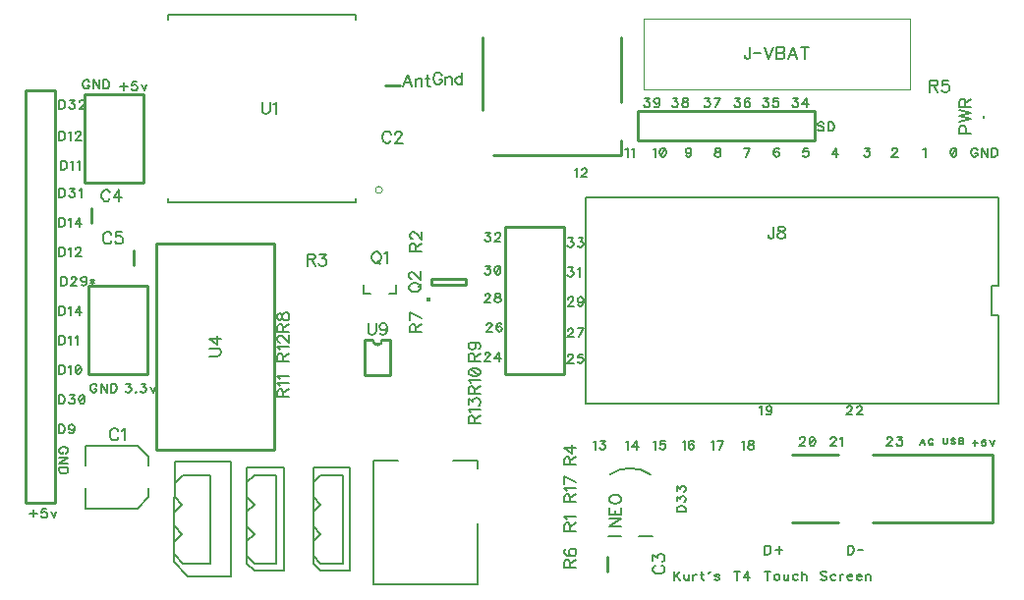
<source format=gto>
G04 DipTrace 3.3.1.3*
G04 Teensy4.0TouchDisplayLoRa.gto*
%MOIN*%
G04 #@! TF.FileFunction,Legend,Top*
G04 #@! TF.Part,Single*
%ADD10C,0.009843*%
%ADD14C,0.008*%
%ADD29C,0.005*%
%ADD51C,0.003937*%
%ADD58C,0.015404*%
%ADD60C,0.000013*%
%ADD139C,0.006176*%
%ADD140C,0.007*%
%FSLAX26Y26*%
G04*
G70*
G90*
G75*
G01*
G04 TopSilk*
%LPD*%
X647440Y662448D2*
D14*
Y731193D1*
Y806207D2*
Y874952D1*
X822450D1*
X859960Y837445D1*
Y806207D1*
X647440Y662448D2*
X822450D1*
X859960Y699955D1*
Y731193D1*
X1661743Y2097385D2*
D10*
X1712885D1*
X2414939Y448129D2*
Y499271D1*
X664808Y1630497D2*
Y1681638D1*
X810020Y1537903D2*
Y1486762D1*
X1976957Y824905D2*
D14*
X1894269D1*
X1976957Y403631D2*
Y612283D1*
Y824905D2*
Y797358D1*
X1622637Y403631D2*
Y824905D1*
X1705325D1*
X1622637Y403631D2*
X1976957D1*
X3118419Y2012285D2*
D10*
X2518419D1*
X3118419Y1912285D2*
X2518419D1*
X3118419Y2012285D2*
Y1912285D1*
X2518419Y2012285D2*
Y1912285D1*
X2268700Y1118700D2*
Y1618700D1*
X2068700Y1118700D2*
Y1618700D1*
X2268700Y1118700D2*
X2068700D1*
X2268700Y1618700D2*
X2068700D1*
X2463776Y2261401D2*
Y2040251D1*
Y1911779D2*
Y1860782D1*
X2029871D1*
X1991201Y2012792D2*
Y2259930D1*
X3443417Y2085628D2*
D51*
X2537905D1*
Y2325785D1*
X3443417D1*
Y2085628D1*
X1140682Y430054D2*
D29*
Y819818D1*
X947770D1*
X947634Y700940D2*
Y650933D1*
Y600927D1*
Y550920D1*
Y500952D1*
X947654Y481620D1*
X991070Y430054D1*
X1140682D1*
X948638Y549946D2*
X973638Y574930D1*
X948638Y599952D1*
X947770Y649920D2*
X971630Y674943D1*
X947770Y699927D1*
Y749933D1*
Y816661D1*
X949642Y748920D2*
X974642Y774917D1*
X1068636Y774956D1*
Y474916D1*
X975626Y474955D1*
X950627Y502940D1*
X1318611Y449936D2*
Y799936D1*
X1193611D1*
Y699941D2*
Y649926D1*
Y599946D1*
Y549931D1*
Y499951D1*
Y474926D1*
X1218611Y449936D1*
X1318611D1*
X1193611Y549931D2*
X1218611Y574921D1*
X1193611Y599946D1*
Y649926D2*
X1218611Y674951D1*
X1193611Y699941D1*
Y749921D1*
Y799936D1*
Y749921D2*
X1218611Y774946D1*
X1293611D1*
Y474926D1*
X1218611D1*
X1193611Y499951D1*
X1543587Y449936D2*
Y799936D1*
X1418587D1*
Y699941D2*
Y649926D1*
Y599946D1*
Y549931D1*
Y499951D1*
Y474926D1*
X1443587Y449936D1*
X1543587D1*
X1418587Y549931D2*
X1443587Y574921D1*
X1418587Y599946D1*
Y649926D2*
X1443587Y674951D1*
X1418587Y699941D1*
Y749921D1*
Y799936D1*
Y749921D2*
X1443587Y774946D1*
X1518587D1*
Y474926D1*
X1443587D1*
X1418587Y499951D1*
X543700Y2081700D2*
D10*
X443700D1*
X543700Y681700D2*
Y2081700D1*
Y681700D2*
X443700D1*
Y757300D1*
Y2081700D1*
X2568700Y568706D2*
D29*
X2523700D1*
X2418700D2*
X2463700D1*
X2424700Y776712D2*
G02X2562700Y776712I69000J-97267D01*
G01*
X656167Y1310298D2*
D10*
Y1118598D1*
Y1418598D2*
Y1118598D1*
X856167Y1418598D2*
Y1118598D1*
X656167Y1418598D2*
X856167D1*
X656167Y1118598D2*
X856167D1*
X643700Y1960400D2*
Y1768700D1*
Y2068700D2*
Y1768700D1*
X843700Y2068700D2*
Y1768700D1*
X643700Y2068700D2*
X843700D1*
X643700Y1768700D2*
X843700D1*
G36*
X3697637Y1993700D2*
X3689763D1*
Y1985827D1*
X3697637D1*
Y1993700D1*
G37*
X1675194Y1391137D2*
D14*
X1698815D1*
Y1422637D1*
X1612206Y1391137D2*
X1588585D1*
Y1422637D1*
D58*
X1808898Y1372202D3*
X1818099Y1422344D2*
D10*
X1936204D1*
Y1442030D1*
X1818099D1*
Y1422344D1*
X1629554Y1743103D2*
D60*
G02X1629554Y1743103I11784J0D01*
G01*
X924815Y2321839D2*
D29*
Y2337592D1*
X1562612D1*
Y2321839D1*
X924815Y1715551D2*
Y1699797D1*
X1562612D1*
Y1715551D1*
X3718640Y1418680D2*
D14*
Y1318720D1*
X3743700D1*
Y1018700D1*
X2343700D1*
Y1718700D1*
X3743700D1*
Y1418680D1*
X3718640D1*
X887388Y862335D2*
D10*
X1287388D1*
Y1562335D1*
X887388D1*
Y862335D1*
X1593125Y1233039D2*
Y1114918D1*
X1679760Y1233039D2*
Y1114918D1*
X1593125D2*
X1679760D1*
X1593125Y1233039D2*
X1620687D1*
X1652199D2*
X1679760D1*
X1620687D2*
G03X1652199Y1233039I15756J10D01*
G01*
X3722414Y614520D2*
Y842880D1*
Y614520D2*
X3372062D1*
X3722414Y842880D2*
X3372062D1*
Y614520D2*
X3316962D1*
X3200413D2*
X3042951D1*
X3372062Y842880D2*
X3316962D1*
X3200413D2*
X3042951D1*
X1753352Y2094913D2*
D139*
X1738010Y2135105D1*
X1722711Y2094913D1*
X1728459Y2108311D2*
X1747604D1*
X1765704Y2121708D2*
Y2094913D1*
Y2114059D2*
X1771452Y2119807D1*
X1775299Y2121708D1*
X1781002D1*
X1784849Y2119807D1*
X1786750Y2114059D1*
Y2094913D1*
X1804850Y2135105D2*
Y2102563D1*
X1806751Y2096859D1*
X1810598Y2094913D1*
X1814400D1*
X1799102Y2121708D2*
X1812499D1*
X757075Y923980D2*
X755174Y927782D1*
X751327Y931629D1*
X747524Y933530D1*
X739875D1*
X736028Y931629D1*
X732226Y927782D1*
X730280Y923980D1*
X728379Y918232D1*
Y908637D1*
X730280Y902933D1*
X732226Y899086D1*
X736028Y895284D1*
X739875Y893338D1*
X747524D1*
X751327Y895284D1*
X755174Y899086D1*
X757075Y902933D1*
X769426Y925837D2*
X773273Y927782D1*
X779021Y933486D1*
Y893338D1*
X1682089Y1932514D2*
X1680188Y1936317D1*
X1676341Y1940164D1*
X1672539Y1942065D1*
X1664889D1*
X1661042Y1940164D1*
X1657240Y1936317D1*
X1655294Y1932514D1*
X1653393Y1926766D1*
Y1917171D1*
X1655294Y1911468D1*
X1657240Y1907621D1*
X1661042Y1903818D1*
X1664889Y1901873D1*
X1672539D1*
X1676341Y1903818D1*
X1680188Y1907621D1*
X1682089Y1911468D1*
X1696386Y1932470D2*
Y1934371D1*
X1698287Y1938218D1*
X1700189Y1940119D1*
X1704035Y1942021D1*
X1711685D1*
X1715487Y1940119D1*
X1717388Y1938218D1*
X1719334Y1934371D1*
Y1930569D1*
X1717388Y1926722D1*
X1713586Y1921018D1*
X1694441Y1901873D1*
X1721235D1*
X2579810Y468475D2*
X2576007Y466574D1*
X2572160Y462727D1*
X2570259Y458924D1*
Y451275D1*
X2572160Y447428D1*
X2576007Y443626D1*
X2579810Y441680D1*
X2585558Y439779D1*
X2595152D1*
X2600856Y441680D1*
X2604703Y443626D1*
X2608506Y447428D1*
X2610451Y451275D1*
Y458924D1*
X2608506Y462727D1*
X2604703Y466574D1*
X2600856Y468475D1*
X2570303Y484673D2*
Y505676D1*
X2585602Y494224D1*
Y499972D1*
X2587503Y503774D1*
X2589405Y505676D1*
X2595153Y507621D1*
X2598955D1*
X2604703Y505676D1*
X2608550Y501873D1*
X2610451Y496125D1*
Y490377D1*
X2608550Y484673D1*
X2606604Y482772D1*
X2602802Y480826D1*
X729509Y1734623D2*
X727607Y1738425D1*
X723761Y1742272D1*
X719958Y1744173D1*
X712309D1*
X708462Y1742272D1*
X704659Y1738425D1*
X702714Y1734623D1*
X700813Y1728875D1*
Y1719280D1*
X702714Y1713576D1*
X704659Y1709730D1*
X708462Y1705927D1*
X712309Y1703981D1*
X719958D1*
X723761Y1705927D1*
X727607Y1709730D1*
X729509Y1713576D1*
X761005Y1703981D2*
Y1744129D1*
X741860Y1717379D1*
X770556D1*
X733919Y1590888D2*
X732017Y1594691D1*
X728170Y1598537D1*
X724368Y1600439D1*
X716719D1*
X712872Y1598537D1*
X709069Y1594691D1*
X707124Y1590888D1*
X705223Y1585140D1*
Y1575545D1*
X707124Y1569841D1*
X709069Y1565995D1*
X712872Y1562192D1*
X716719Y1560247D1*
X724368D1*
X728170Y1562192D1*
X732017Y1565995D1*
X733919Y1569841D1*
X769218Y1600394D2*
X750117D1*
X748215Y1583194D1*
X750117Y1585096D1*
X755865Y1587041D1*
X761569D1*
X767317Y1585096D1*
X771163Y1581293D1*
X773065Y1575545D1*
Y1571743D1*
X771163Y1565995D1*
X767317Y1562148D1*
X761569Y1560247D1*
X755865D1*
X750117Y1562148D1*
X748215Y1564093D1*
X746270Y1567896D1*
X1854794Y2131804D2*
X1852893Y2135607D1*
X1849046Y2139453D1*
X1845243Y2141355D1*
X1837594D1*
X1833747Y2139453D1*
X1829945Y2135607D1*
X1827999Y2131804D1*
X1826098Y2126056D1*
Y2116461D1*
X1827999Y2110757D1*
X1829945Y2106911D1*
X1833747Y2103108D1*
X1837594Y2101163D1*
X1845243D1*
X1849046Y2103108D1*
X1852893Y2106911D1*
X1854794Y2110757D1*
Y2116461D1*
X1845243D1*
X1867145Y2127957D2*
Y2101163D1*
Y2120308D2*
X1872893Y2126056D1*
X1876740Y2127957D1*
X1882444D1*
X1886291Y2126056D1*
X1888192Y2120308D1*
Y2101163D1*
X1923491Y2141355D2*
Y2101163D1*
Y2122209D2*
X1919689Y2126056D1*
X1915842Y2127957D1*
X1910094D1*
X1906291Y2126056D1*
X1902444Y2122209D1*
X1900543Y2116461D1*
Y2112659D1*
X1902444Y2106911D1*
X1906291Y2103108D1*
X1910094Y2101163D1*
X1915842D1*
X1919689Y2103108D1*
X1923491Y2106911D1*
X2980671Y1618223D2*
Y1587626D1*
X2978769Y1581878D1*
X2976824Y1579977D1*
X2973021Y1578031D1*
X2969175D1*
X2965372Y1579977D1*
X2963471Y1581878D1*
X2961525Y1587626D1*
Y1591429D1*
X3002573Y1618179D2*
X2996869Y1616278D1*
X2994923Y1612475D1*
Y1608629D1*
X2996869Y1604826D1*
X3000671Y1602881D1*
X3008321Y1600979D1*
X3014069Y1599078D1*
X3017871Y1595231D1*
X3019772Y1591429D1*
Y1585681D1*
X3017871Y1581878D1*
X3015970Y1579933D1*
X3010222Y1578031D1*
X3002573D1*
X2996869Y1579933D1*
X2994923Y1581878D1*
X2993022Y1585681D1*
Y1591429D1*
X2994923Y1595231D1*
X2998770Y1599078D1*
X3004474Y1600979D1*
X3012123Y1602881D1*
X3015970Y1604826D1*
X3017871Y1608629D1*
Y1612475D1*
X3015970Y1616278D1*
X3010222Y1618179D1*
X3002573D1*
X2900887Y2228212D2*
Y2197615D1*
X2898986Y2191867D1*
X2897040Y2189966D1*
X2893238Y2188020D1*
X2889391D1*
X2885588Y2189966D1*
X2883687Y2191867D1*
X2881742Y2197615D1*
Y2201418D1*
X2913238Y2208094D2*
X2935346D1*
X2947698Y2228212D2*
X2962996Y2188020D1*
X2978295Y2228212D1*
X2990646D2*
Y2188020D1*
X3007890D1*
X3013638Y2189966D1*
X3015540Y2191867D1*
X3017441Y2195670D1*
Y2201418D1*
X3015540Y2205264D1*
X3013638Y2207166D1*
X3007890Y2209067D1*
X3013638Y2211012D1*
X3015540Y2212914D1*
X3017441Y2216716D1*
Y2220563D1*
X3015540Y2224366D1*
X3013638Y2226311D1*
X3007890Y2228212D1*
X2990646D1*
Y2209067D2*
X3007890D1*
X3060434Y2188020D2*
X3045091Y2228212D1*
X3029792Y2188020D1*
X3035540Y2201418D2*
X3054686D1*
X3086182Y2228212D2*
Y2188020D1*
X3072785Y2228212D2*
X3099580D1*
X2422623Y628288D2*
X2462815D1*
X2422623Y601493D1*
X2462815D1*
X2422623Y665488D2*
Y640639D1*
X2462815D1*
Y665488D1*
X2441768Y640639D2*
Y655938D1*
X2422623Y689336D2*
X2424524Y685489D1*
X2428371Y681687D1*
X2432173Y679741D1*
X2437922Y677840D1*
X2447516D1*
X2453220Y679741D1*
X2457067Y681687D1*
X2460869Y685489D1*
X2462815Y689336D1*
Y696985D1*
X2460869Y700788D1*
X2457067Y704634D1*
X2453220Y706536D1*
X2447516Y708437D1*
X2437922D1*
X2432173Y706536D1*
X2428371Y704635D1*
X2424524Y700788D1*
X2422623Y696985D1*
Y689336D1*
X3631562Y1935409D2*
Y1952653D1*
X3629661Y1958357D1*
X3627715Y1960302D1*
X3623913Y1962203D1*
X3618165D1*
X3614362Y1960302D1*
X3612417Y1958357D1*
X3610515Y1952653D1*
Y1935409D1*
X3650707D1*
X3610515Y1974555D2*
X3650707Y1984149D1*
X3610515Y1993700D1*
X3650707Y2003251D1*
X3610515Y2012845D1*
X3629661Y2025197D2*
Y2042397D1*
X3627715Y2048145D1*
X3625814Y2050090D1*
X3622011Y2051991D1*
X3618165D1*
X3614362Y2050090D1*
X3612417Y2048145D1*
X3610515Y2042397D1*
Y2025197D1*
X3650707D1*
X3629661Y2038594D2*
X3650707Y2051991D1*
X1628902Y1534365D2*
X1625100Y1532508D1*
X1621253Y1528661D1*
X1619352Y1524814D1*
X1617406Y1519066D1*
Y1509516D1*
X1619352Y1503768D1*
X1621253Y1499965D1*
X1625100Y1496119D1*
X1628902Y1494217D1*
X1636552D1*
X1640398Y1496119D1*
X1644201Y1499965D1*
X1646102Y1503768D1*
X1648048Y1509516D1*
Y1519066D1*
X1646102Y1524814D1*
X1644201Y1528661D1*
X1640398Y1532508D1*
X1636552Y1534365D1*
X1628902D1*
X1634650Y1501867D2*
X1646102Y1490371D1*
X1660399Y1526672D2*
X1664246Y1528617D1*
X1669994Y1534321D1*
Y1494173D1*
X1742618Y1407914D2*
X1744475Y1404111D1*
X1748321Y1400265D1*
X1752168Y1398363D1*
X1757916Y1396418D1*
X1767467D1*
X1773215Y1398363D1*
X1777017Y1400265D1*
X1780864Y1404111D1*
X1782765Y1407914D1*
Y1415563D1*
X1780864Y1419410D1*
X1777017Y1423213D1*
X1773215Y1425114D1*
X1767467Y1427059D1*
X1757916D1*
X1752168Y1425114D1*
X1748321Y1423213D1*
X1744475Y1419410D1*
X1742618Y1415563D1*
Y1407914D1*
X1775116Y1413662D2*
X1786612Y1425114D1*
X1752212Y1441356D2*
X1750311D1*
X1746464Y1443257D1*
X1744563Y1445159D1*
X1742662Y1449005D1*
Y1456655D1*
X1744563Y1460457D1*
X1746464Y1462359D1*
X1750311Y1464304D1*
X1754114D1*
X1757960Y1462359D1*
X1763664Y1458556D1*
X1782810Y1439411D1*
Y1466205D1*
X2289404Y585996D2*
Y603196D1*
X2287459Y608944D1*
X2285558Y610890D1*
X2281755Y612791D1*
X2277908D1*
X2274106Y610890D1*
X2272160Y608944D1*
X2270259Y603196D1*
Y585996D1*
X2310451D1*
X2289404Y599394D2*
X2310451Y612791D1*
X2277953Y625142D2*
X2276007Y628989D1*
X2270303Y634737D1*
X2310451D1*
X1766275Y1535730D2*
Y1552930D1*
X1764329Y1558678D1*
X1762428Y1560623D1*
X1758626Y1562524D1*
X1754779D1*
X1750976Y1560623D1*
X1749031Y1558678D1*
X1747129Y1552930D1*
Y1535730D1*
X1787321D1*
X1766275Y1549127D2*
X1787321Y1562524D1*
X1756724Y1576821D2*
X1754823D1*
X1750976Y1578723D1*
X1749075Y1580624D1*
X1747174Y1584471D1*
Y1592120D1*
X1749075Y1595922D1*
X1750976Y1597824D1*
X1754823Y1599769D1*
X1758626D1*
X1762472Y1597824D1*
X1768176Y1594021D1*
X1787321Y1574876D1*
Y1601670D1*
X1398026Y1506301D2*
X1415226D1*
X1420974Y1508247D1*
X1422920Y1510148D1*
X1424821Y1513950D1*
Y1517797D1*
X1422920Y1521600D1*
X1420974Y1523545D1*
X1415226Y1525446D1*
X1398026D1*
Y1485254D1*
X1411424Y1506301D2*
X1424821Y1485254D1*
X1441019Y1525402D2*
X1462021D1*
X1450570Y1510104D1*
X1456318D1*
X1460120Y1508202D1*
X1462021Y1506301D1*
X1463967Y1500553D1*
Y1496750D1*
X1462021Y1491002D1*
X1458219Y1487156D1*
X1452471Y1485254D1*
X1446723D1*
X1441019Y1487156D1*
X1439118Y1489101D1*
X1437172Y1492904D1*
X2289404Y809779D2*
Y826979D1*
X2287459Y832727D1*
X2285558Y834672D1*
X2281755Y836574D1*
X2277908D1*
X2274106Y834672D1*
X2272160Y832727D1*
X2270259Y826979D1*
Y809779D1*
X2310451D1*
X2289404Y823176D2*
X2310451Y836574D1*
Y868070D2*
X2270303D1*
X2297054Y848925D1*
Y877621D1*
X3510730Y2096125D2*
X3527930D1*
X3533678Y2098071D1*
X3535623Y2099972D1*
X3537524Y2103775D1*
Y2107621D1*
X3535623Y2111424D1*
X3533678Y2113369D1*
X3527930Y2115271D1*
X3510730D1*
Y2075079D1*
X3524127Y2096125D2*
X3537524Y2075079D1*
X3572824Y2115226D2*
X3553722D1*
X3551821Y2098026D1*
X3553722Y2099928D1*
X3559470Y2101873D1*
X3565174D1*
X3570922Y2099928D1*
X3574769Y2096125D1*
X3576670Y2090377D1*
Y2086575D1*
X3574769Y2080827D1*
X3570922Y2076980D1*
X3565174Y2075079D1*
X3559470D1*
X3553722Y2076980D1*
X3551821Y2078925D1*
X3549876Y2082728D1*
X2289404Y461703D2*
Y478902D1*
X2287459Y484650D1*
X2285558Y486596D1*
X2281755Y488497D1*
X2277908D1*
X2274106Y486596D1*
X2272160Y484650D1*
X2270259Y478902D1*
Y461703D1*
X2310451D1*
X2289404Y475100D2*
X2310451Y488497D1*
X2276007Y523796D2*
X2272205Y521895D1*
X2270303Y516147D1*
Y512345D1*
X2272205Y506597D1*
X2277953Y502750D1*
X2287503Y500849D1*
X2297054Y500848D1*
X2304703Y502750D1*
X2308550Y506596D1*
X2310451Y512345D1*
Y514246D1*
X2308550Y519950D1*
X2304703Y523796D1*
X2298955Y525698D1*
X2297054D1*
X2291306Y523796D1*
X2287503Y519950D1*
X2285602Y514246D1*
Y512345D1*
X2287503Y506597D1*
X2291306Y502750D1*
X2297054Y500848D1*
X1766275Y1260953D2*
Y1278153D1*
X1764329Y1283901D1*
X1762428Y1285846D1*
X1758626Y1287747D1*
X1754779D1*
X1750976Y1285846D1*
X1749031Y1283901D1*
X1747129Y1278153D1*
Y1260953D1*
X1787321D1*
X1766275Y1274350D2*
X1787321Y1287747D1*
Y1307748D2*
X1747174Y1326894D1*
Y1300099D1*
X1316262Y1260657D2*
Y1277857D1*
X1314316Y1283605D1*
X1312415Y1285551D1*
X1308612Y1287452D1*
X1304766D1*
X1300963Y1285551D1*
X1299018Y1283605D1*
X1297116Y1277857D1*
Y1260657D1*
X1337308D1*
X1316262Y1274055D2*
X1337308Y1287452D1*
X1297161Y1309354D2*
X1299062Y1303650D1*
X1302864Y1301705D1*
X1306711D1*
X1310514Y1303650D1*
X1312459Y1307453D1*
X1314360Y1315102D1*
X1316262Y1320850D1*
X1320108Y1324653D1*
X1323911Y1326554D1*
X1329659D1*
X1333462Y1324653D1*
X1335407Y1322751D1*
X1337308Y1317003D1*
Y1309354D1*
X1335407Y1303650D1*
X1333462Y1301705D1*
X1329659Y1299803D1*
X1323911D1*
X1320108Y1301705D1*
X1316262Y1305551D1*
X1314360Y1311255D1*
X1312459Y1318905D1*
X1310514Y1322751D1*
X1306711Y1324653D1*
X1302864D1*
X1299062Y1322751D1*
X1297161Y1317003D1*
Y1309354D1*
X1964404Y1161809D2*
Y1179009D1*
X1962459Y1184757D1*
X1960558Y1186702D1*
X1956755Y1188604D1*
X1952908D1*
X1949106Y1186702D1*
X1947160Y1184757D1*
X1945259Y1179009D1*
Y1161809D1*
X1985451D1*
X1964404Y1175206D2*
X1985451Y1188604D1*
X1958656Y1225848D2*
X1964405Y1223903D1*
X1968251Y1220100D1*
X1970153Y1214352D1*
Y1212451D1*
X1968251Y1206703D1*
X1964405Y1202900D1*
X1958656Y1200955D1*
X1956755D1*
X1951007Y1202901D1*
X1947205Y1206703D1*
X1945303Y1212451D1*
Y1214352D1*
X1947205Y1220100D1*
X1951007Y1223903D1*
X1958656Y1225848D1*
X1968251D1*
X1977802Y1223903D1*
X1983550Y1220100D1*
X1985451Y1214352D1*
Y1210550D1*
X1983550Y1204802D1*
X1979703Y1202900D1*
X1964404Y1049789D2*
Y1066989D1*
X1962459Y1072737D1*
X1960558Y1074683D1*
X1956755Y1076584D1*
X1952908D1*
X1949106Y1074683D1*
X1947160Y1072737D1*
X1945259Y1066989D1*
Y1049789D1*
X1985451D1*
X1964404Y1063187D2*
X1985451Y1076584D1*
X1952953Y1088935D2*
X1951007Y1092782D1*
X1945303Y1098530D1*
X1985451D1*
X1945303Y1122378D2*
X1947205Y1116630D1*
X1952953Y1112783D1*
X1962503Y1110882D1*
X1968251D1*
X1977802Y1112783D1*
X1983550Y1116630D1*
X1985451Y1122378D1*
Y1126180D1*
X1983550Y1131928D1*
X1977802Y1135731D1*
X1968251Y1137676D1*
X1962503D1*
X1952953Y1135731D1*
X1947205Y1131928D1*
X1945303Y1126180D1*
Y1122378D1*
X1952953Y1135731D2*
X1977802Y1112783D1*
X1316262Y1039535D2*
Y1056735D1*
X1314316Y1062483D1*
X1312415Y1064428D1*
X1308612Y1066330D1*
X1304766D1*
X1300963Y1064428D1*
X1299018Y1062483D1*
X1297116Y1056735D1*
Y1039535D1*
X1337308D1*
X1316262Y1052932D2*
X1337308Y1066330D1*
X1304810Y1078681D2*
X1302864Y1082528D1*
X1297161Y1088276D1*
X1337308D1*
X1304810Y1100627D2*
X1302864Y1104474D1*
X1297161Y1110222D1*
X1337308D1*
X1316262Y1162171D2*
Y1179371D1*
X1314316Y1185119D1*
X1312415Y1187065D1*
X1308612Y1188966D1*
X1304766D1*
X1300963Y1187065D1*
X1299018Y1185119D1*
X1297116Y1179371D1*
Y1162171D1*
X1337308D1*
X1316262Y1175569D2*
X1337308Y1188966D1*
X1304810Y1201317D2*
X1302864Y1205164D1*
X1297161Y1210912D1*
X1337308D1*
X1306711Y1225209D2*
X1304810D1*
X1300963Y1227110D1*
X1299062Y1229012D1*
X1297161Y1232858D1*
Y1240508D1*
X1299062Y1244310D1*
X1300963Y1246211D1*
X1304810Y1248157D1*
X1308612D1*
X1312459Y1246211D1*
X1318163Y1242409D1*
X1337308Y1223263D1*
Y1250058D1*
X1964404Y949694D2*
Y966894D1*
X1962459Y972642D1*
X1960558Y974587D1*
X1956755Y976488D1*
X1952908D1*
X1949106Y974587D1*
X1947160Y972642D1*
X1945259Y966894D1*
Y949694D1*
X1985451D1*
X1964404Y963091D2*
X1985451Y976488D1*
X1952953Y988840D2*
X1951007Y992686D1*
X1945303Y998434D1*
X1985451D1*
X1945303Y1014633D2*
Y1035635D1*
X1960602Y1024183D1*
Y1029931D1*
X1962503Y1033734D1*
X1964404Y1035635D1*
X1970153Y1037580D1*
X1973955D1*
X1979703Y1035635D1*
X1983550Y1031832D1*
X1985451Y1026084D1*
Y1020336D1*
X1983550Y1014633D1*
X1981604Y1012731D1*
X1977802Y1010786D1*
X2289404Y683090D2*
Y700290D1*
X2287459Y706038D1*
X2285558Y707983D1*
X2281755Y709885D1*
X2277908D1*
X2274106Y707983D1*
X2272160Y706038D1*
X2270259Y700290D1*
Y683090D1*
X2310451D1*
X2289404Y696487D2*
X2310451Y709885D1*
X2277953Y722236D2*
X2276007Y726083D1*
X2270303Y731831D1*
X2310451D1*
Y751831D2*
X2270303Y770977D1*
Y744182D1*
X1244907Y2041201D2*
Y2012505D1*
X1246808Y2006757D1*
X1250655Y2002954D1*
X1256403Y2001008D1*
X1260206D1*
X1265954Y2002954D1*
X1269800Y2006757D1*
X1271702Y2012505D1*
Y2041201D1*
X1284053Y2033507D2*
X1287900Y2035452D1*
X1293648Y2041156D1*
Y2001008D1*
X1064882Y1178414D2*
X1093578D1*
X1099326Y1180316D1*
X1103128Y1184162D1*
X1105074Y1189910D1*
Y1193713D1*
X1103128Y1199461D1*
X1099326Y1203308D1*
X1093578Y1205209D1*
X1064882D1*
X1105074Y1236706D2*
X1064926D1*
X1091677Y1217560D1*
Y1246256D1*
X1604423Y1291617D2*
Y1262921D1*
X1606324Y1257173D1*
X1610171Y1253371D1*
X1615919Y1251425D1*
X1619722D1*
X1625470Y1253371D1*
X1629316Y1257173D1*
X1631218Y1262921D1*
Y1291617D1*
X1668463Y1278220D2*
X1666517Y1272472D1*
X1662714Y1268625D1*
X1656966Y1266724D1*
X1655065D1*
X1649317Y1268625D1*
X1645515Y1272472D1*
X1643569Y1278220D1*
Y1280121D1*
X1645515Y1285869D1*
X1649317Y1289672D1*
X1655065Y1291573D1*
X1656966D1*
X1662714Y1289672D1*
X1666517Y1285869D1*
X1668463Y1278220D1*
Y1268625D1*
X1666517Y1259074D1*
X1662714Y1253326D1*
X1656966Y1251425D1*
X1653164D1*
X1647416Y1253326D1*
X1645515Y1257173D1*
X2643464Y448334D2*
D140*
Y418190D1*
X2663560Y448334D2*
X2643464Y428238D1*
X2650627Y435434D2*
X2663560Y418190D1*
X2677560Y438286D2*
Y423927D1*
X2678986Y419649D1*
X2681871Y418190D1*
X2686182D1*
X2689034Y419649D1*
X2693345Y423927D1*
Y438286D2*
Y418190D1*
X2707345Y438286D2*
Y418190D1*
Y429664D2*
X2708804Y433975D1*
X2711656Y436860D1*
X2714541Y438286D1*
X2718852D1*
X2737163Y448334D2*
Y423927D1*
X2738589Y419649D1*
X2741474Y418190D1*
X2744326D1*
X2732852Y438286D2*
X2742900D1*
X2765522Y448301D2*
X2758326Y439679D1*
X2766948Y446875D1*
X2765522Y448301D1*
X2796733Y433975D2*
X2795307Y436860D1*
X2790996Y438286D1*
X2786685D1*
X2782374Y436860D1*
X2780948Y433975D1*
X2782374Y431123D1*
X2785259Y429664D1*
X2792422Y428238D1*
X2795307Y426812D1*
X2796733Y423927D1*
Y422501D1*
X2795307Y419649D1*
X2790996Y418190D1*
X2786685D1*
X2782374Y419649D1*
X2780948Y422501D1*
X2854678Y448334D2*
Y418190D1*
X2844630Y448334D2*
X2864726D1*
X2893085Y418190D2*
Y448301D1*
X2878726Y428238D1*
X2900248D1*
X2958193Y448334D2*
Y418190D1*
X2948145Y448334D2*
X2968241D1*
X2989404Y438286D2*
X2986552Y436860D1*
X2983667Y433975D1*
X2982241Y429664D1*
Y426812D1*
X2983667Y422501D1*
X2986552Y419649D1*
X2989404Y418190D1*
X2993715D1*
X2996600Y419649D1*
X2999452Y422501D1*
X3000911Y426812D1*
Y429664D1*
X2999452Y433975D1*
X2996600Y436860D1*
X2993715Y438286D1*
X2989404D1*
X3014911D2*
Y423927D1*
X3016337Y419649D1*
X3019222Y418190D1*
X3023533D1*
X3026385Y419649D1*
X3030696Y423927D1*
Y438286D2*
Y418190D1*
X3061940Y433975D2*
X3059055Y436860D1*
X3056170Y438286D1*
X3051892D1*
X3049007Y436860D1*
X3046155Y433975D1*
X3044696Y429664D1*
Y426812D1*
X3046155Y422501D1*
X3049007Y419649D1*
X3051892Y418190D1*
X3056170D1*
X3059055Y419649D1*
X3061940Y422501D1*
X3075940Y448334D2*
Y418190D1*
Y432549D2*
X3080251Y436860D1*
X3083136Y438286D1*
X3087447D1*
X3090299Y436860D1*
X3091725Y432549D1*
Y418190D1*
X3159718Y444023D2*
X3156866Y446908D1*
X3152555Y448334D1*
X3146818D1*
X3142507Y446908D1*
X3139622Y444023D1*
Y441171D1*
X3141081Y438286D1*
X3142507Y436860D1*
X3145359Y435434D1*
X3153981Y432549D1*
X3156866Y431123D1*
X3158292Y429664D1*
X3159718Y426812D1*
Y422501D1*
X3156866Y419649D1*
X3152555Y418190D1*
X3146818D1*
X3142507Y419649D1*
X3139622Y422501D1*
X3190962Y433975D2*
X3188077Y436860D1*
X3185192Y438286D1*
X3180914D1*
X3178029Y436860D1*
X3175177Y433975D1*
X3173718Y429664D1*
Y426812D1*
X3175177Y422501D1*
X3178029Y419649D1*
X3180914Y418190D1*
X3185192D1*
X3188077Y419649D1*
X3190962Y422501D1*
X3204962Y438286D2*
Y418190D1*
Y429664D2*
X3206421Y433975D1*
X3209273Y436860D1*
X3212158Y438286D1*
X3216469D1*
X3230469Y429664D2*
X3247680D1*
Y432549D1*
X3246254Y435434D1*
X3244828Y436860D1*
X3241943Y438286D1*
X3237632D1*
X3234780Y436860D1*
X3231895Y433975D1*
X3230469Y429664D1*
Y426812D1*
X3231895Y422501D1*
X3234780Y419649D1*
X3237632Y418190D1*
X3241943D1*
X3244828Y419649D1*
X3247680Y422501D1*
X3261680Y429664D2*
X3278891D1*
Y432549D1*
X3277465Y435434D1*
X3276039Y436860D1*
X3273154Y438286D1*
X3268843D1*
X3265991Y436860D1*
X3263106Y433975D1*
X3261680Y429664D1*
Y426812D1*
X3263106Y422501D1*
X3265991Y419649D1*
X3268843Y418190D1*
X3273154D1*
X3276039Y419649D1*
X3278891Y422501D1*
X3292891Y438286D2*
Y418190D1*
Y432549D2*
X3297202Y436860D1*
X3300087Y438286D1*
X3304365D1*
X3307250Y436860D1*
X3308676Y432549D1*
Y418190D1*
X775311Y2108487D2*
Y2082654D1*
X762411Y2095554D2*
X788244D1*
X819455Y2110626D2*
X805129D1*
X803703Y2097726D1*
X805129Y2099152D1*
X809440Y2100612D1*
X813718D1*
X818029Y2099152D1*
X820914Y2096301D1*
X822340Y2091990D1*
Y2089138D1*
X820914Y2084827D1*
X818029Y2081942D1*
X813718Y2080516D1*
X809440D1*
X805129Y2081942D1*
X803703Y2083401D1*
X802244Y2086253D1*
X836340Y2100612D2*
X844962Y2080516D1*
X853551Y2100612D1*
X658946Y2109746D2*
X657520Y2112598D1*
X654635Y2115483D1*
X651783Y2116909D1*
X646046D1*
X643161Y2115483D1*
X640309Y2112598D1*
X638850Y2109746D1*
X637424Y2105435D1*
Y2098239D1*
X638850Y2093961D1*
X640309Y2091076D1*
X643161Y2088224D1*
X646046Y2086765D1*
X651783D1*
X654635Y2088224D1*
X657520Y2091076D1*
X658946Y2093961D1*
Y2098239D1*
X651783D1*
X693042Y2116909D2*
Y2086765D1*
X672946Y2116909D1*
Y2086765D1*
X707042Y2116909D2*
Y2086765D1*
X717090D1*
X721401Y2088224D1*
X724286Y2091076D1*
X725712Y2093961D1*
X727138Y2098239D1*
Y2105435D1*
X725712Y2109746D1*
X724286Y2112598D1*
X721401Y2115483D1*
X717090Y2116909D1*
X707042D1*
X683944Y1078604D2*
X682518Y1081456D1*
X679633Y1084341D1*
X676781Y1085767D1*
X671044D1*
X668159Y1084341D1*
X665307Y1081456D1*
X663848Y1078604D1*
X662422Y1074293D1*
Y1067097D1*
X663848Y1062819D1*
X665307Y1059934D1*
X668159Y1057082D1*
X671044Y1055623D1*
X676781D1*
X679633Y1057082D1*
X682518Y1059934D1*
X683944Y1062819D1*
Y1067097D1*
X676781D1*
X718040Y1085767D2*
Y1055623D1*
X697944Y1085767D1*
Y1055623D1*
X732040Y1085767D2*
Y1055623D1*
X742088D1*
X746399Y1057082D1*
X749284Y1059934D1*
X750710Y1062819D1*
X752136Y1067097D1*
Y1074293D1*
X750710Y1078604D1*
X749284Y1081456D1*
X746399Y1084341D1*
X742088Y1085767D1*
X732040D1*
X784044Y1085734D2*
X799796D1*
X791207Y1074260D1*
X795518D1*
X798370Y1072834D1*
X799796Y1071408D1*
X801255Y1067097D1*
Y1064245D1*
X799796Y1059934D1*
X796944Y1057049D1*
X792633Y1055623D1*
X788322D1*
X784044Y1057049D1*
X782618Y1058508D1*
X781159Y1061360D1*
X816681Y1058508D2*
X815255Y1057049D1*
X816681Y1055623D1*
X818140Y1057049D1*
X816681Y1058508D1*
X835025Y1085734D2*
X850777D1*
X842188Y1074260D1*
X846499D1*
X849351Y1072834D1*
X850777Y1071408D1*
X852236Y1067097D1*
Y1064245D1*
X850777Y1059934D1*
X847925Y1057049D1*
X843614Y1055623D1*
X839303D1*
X835025Y1057049D1*
X833600Y1058508D1*
X832140Y1061360D1*
X866236Y1075719D2*
X874858Y1055623D1*
X883447Y1075719D1*
X3193781Y1855539D2*
Y1885650D1*
X3179422Y1865587D1*
X3200944D1*
X3096551Y1885650D2*
X3082225D1*
X3080800Y1872750D1*
X3082225Y1874176D1*
X3086537Y1875635D1*
X3090814D1*
X3095125Y1874176D1*
X3098010Y1871324D1*
X3099436Y1867013D1*
Y1864161D1*
X3098010Y1859850D1*
X3095125Y1856965D1*
X3090814Y1855539D1*
X3086537D1*
X3082225Y1856965D1*
X3080800Y1858424D1*
X3079340Y1861276D1*
X2997929Y1881372D2*
X2996503Y1884224D1*
X2992192Y1885650D1*
X2989340D1*
X2985029Y1884224D1*
X2982144Y1879913D1*
X2980718Y1872750D1*
Y1865587D1*
X2982144Y1859850D1*
X2985029Y1856965D1*
X2989340Y1855539D1*
X2990766D1*
X2995044Y1856965D1*
X2997929Y1859850D1*
X2999355Y1864161D1*
Y1865587D1*
X2997929Y1869898D1*
X2995044Y1872750D1*
X2990766Y1874176D1*
X2989340D1*
X2985029Y1872750D1*
X2982144Y1869898D1*
X2980718Y1865587D1*
X2886373Y1855539D2*
X2900732Y1885650D1*
X2880636D1*
X2787750D2*
X2783472Y1884224D1*
X2782013Y1881372D1*
Y1878487D1*
X2783472Y1875635D1*
X2786324Y1874176D1*
X2792061Y1872750D1*
X2796372Y1871324D1*
X2799224Y1868439D1*
X2800650Y1865587D1*
Y1861276D1*
X2799224Y1858424D1*
X2797798Y1856965D1*
X2793487Y1855539D1*
X2787750D1*
X2783472Y1856965D1*
X2782013Y1858424D1*
X2780587Y1861276D1*
Y1865587D1*
X2782013Y1868439D1*
X2784898Y1871324D1*
X2789176Y1872750D1*
X2794913Y1874176D1*
X2797798Y1875635D1*
X2799224Y1878487D1*
Y1881372D1*
X2797798Y1884224D1*
X2793487Y1885650D1*
X2787750D1*
X2700601Y1875635D2*
X2699142Y1871324D1*
X2696290Y1868439D1*
X2691979Y1867013D1*
X2690553D1*
X2686242Y1868439D1*
X2683390Y1871324D1*
X2681931Y1875635D1*
Y1877061D1*
X2683390Y1881372D1*
X2686242Y1884224D1*
X2690553Y1885650D1*
X2691979D1*
X2696290Y1884224D1*
X2699142Y1881372D1*
X2700601Y1875635D1*
Y1868439D1*
X2699142Y1861276D1*
X2696290Y1856965D1*
X2691979Y1855539D1*
X2689127D1*
X2684816Y1856965D1*
X2683390Y1859850D1*
X2573151Y1879913D2*
X2576037Y1881372D1*
X2580348Y1885650D1*
Y1855539D1*
X2602970Y1885650D2*
X2598659Y1884224D1*
X2595773Y1879913D1*
X2594348Y1872750D1*
Y1868439D1*
X2595773Y1861276D1*
X2598659Y1856965D1*
X2602970Y1855539D1*
X2605821D1*
X2610133Y1856965D1*
X2612984Y1861276D1*
X2614444Y1868439D1*
Y1872750D1*
X2612984Y1879913D1*
X2610133Y1884224D1*
X2605821Y1885650D1*
X2602970D1*
X2612984Y1879913D2*
X2595773Y1861276D1*
X2477272Y1879913D2*
X2480157Y1881372D1*
X2484468Y1885650D1*
Y1855539D1*
X2498468Y1879913D2*
X2501353Y1881372D1*
X2505664Y1885650D1*
Y1855539D1*
X2305999Y1811170D2*
X2308884Y1812629D1*
X2313195Y1816907D1*
Y1786796D1*
X2328654Y1809744D2*
Y1811170D1*
X2330080Y1814055D1*
X2331506Y1815481D1*
X2334391Y1816907D1*
X2340128D1*
X2342980Y1815481D1*
X2344406Y1814055D1*
X2345865Y1811170D1*
Y1808318D1*
X2344406Y1805433D1*
X2341554Y1801155D1*
X2327195Y1786796D1*
X2347291D1*
X2368493Y886267D2*
X2371378Y887726D1*
X2375689Y892004D1*
Y861894D1*
X2392574Y892004D2*
X2408326D1*
X2399737Y880530D1*
X2404048D1*
X2406900Y879104D1*
X2408326Y877678D1*
X2409785Y873367D1*
Y870516D1*
X2408326Y866205D1*
X2405474Y863319D1*
X2401163Y861894D1*
X2396852D1*
X2392574Y863319D1*
X2391148Y864779D1*
X2389689Y867630D1*
X2479289Y886267D2*
X2482174Y887726D1*
X2486485Y892004D1*
Y861894D1*
X2514844D2*
Y892004D1*
X2500485Y871942D1*
X2522007D1*
X2001240Y1184810D2*
Y1186236D1*
X2002666Y1189121D1*
X2004092Y1190547D1*
X2006977Y1191973D1*
X2012714D1*
X2015566Y1190547D1*
X2016992Y1189121D1*
X2018451Y1186236D1*
Y1183384D1*
X2016992Y1180499D1*
X2014140Y1176221D1*
X1999781Y1161862D1*
X2019877D1*
X2048236D2*
Y1191973D1*
X2033877Y1171910D1*
X2055399D1*
X2282461Y1178561D2*
Y1179987D1*
X2283887Y1182872D1*
X2285313Y1184298D1*
X2288198Y1185724D1*
X2293935D1*
X2296787Y1184298D1*
X2298213Y1182872D1*
X2299672Y1179987D1*
Y1177135D1*
X2298213Y1174250D1*
X2295361Y1169972D1*
X2281002Y1155613D1*
X2301098D1*
X2332309Y1185724D2*
X2317983D1*
X2316557Y1172824D1*
X2317983Y1174250D1*
X2322294Y1175709D1*
X2326572D1*
X2330883Y1174250D1*
X2333768Y1171398D1*
X2335194Y1167087D1*
Y1164235D1*
X2333768Y1159924D1*
X2330883Y1157039D1*
X2326572Y1155613D1*
X2322294D1*
X2317983Y1157039D1*
X2316557Y1158498D1*
X2315098Y1161350D1*
X2007490Y1284799D2*
Y1286225D1*
X2008916Y1289110D1*
X2010342Y1290536D1*
X2013227Y1291962D1*
X2018964D1*
X2021816Y1290536D1*
X2023242Y1289110D1*
X2024701Y1286225D1*
Y1283373D1*
X2023242Y1280488D1*
X2020390Y1276211D1*
X2006031Y1261852D1*
X2026127D1*
X2057338Y1287685D2*
X2055912Y1290536D1*
X2051601Y1291962D1*
X2048749D1*
X2044438Y1290536D1*
X2041553Y1286225D1*
X2040127Y1279062D1*
Y1271900D1*
X2041553Y1266163D1*
X2044438Y1263277D1*
X2048749Y1261852D1*
X2050175D1*
X2054453Y1263277D1*
X2057338Y1266163D1*
X2058764Y1270474D1*
Y1271900D1*
X2057338Y1276211D1*
X2054453Y1279062D1*
X2050175Y1280488D1*
X2048749D1*
X2044438Y1279062D1*
X2041553Y1276211D1*
X2040127Y1271900D1*
X2282461Y1266051D2*
Y1267477D1*
X2283887Y1270362D1*
X2285313Y1271788D1*
X2288198Y1273214D1*
X2293935D1*
X2296787Y1271788D1*
X2298213Y1270362D1*
X2299672Y1267477D1*
Y1264625D1*
X2298213Y1261740D1*
X2295361Y1257463D1*
X2281002Y1243103D1*
X2301098D1*
X2320835D2*
X2335194Y1273214D1*
X2315098D1*
X2283887Y1479443D2*
X2299639D1*
X2291050Y1467969D1*
X2295361D1*
X2298213Y1466543D1*
X2299639Y1465117D1*
X2301098Y1460806D1*
Y1457954D1*
X2299639Y1453643D1*
X2296787Y1450758D1*
X2292476Y1449332D1*
X2288165D1*
X2283887Y1450758D1*
X2282461Y1452217D1*
X2281002Y1455069D1*
X2315098Y1473706D2*
X2317983Y1475165D1*
X2322294Y1479443D1*
Y1449332D1*
X2002666Y1598180D2*
X2018418D1*
X2009829Y1586706D1*
X2014140D1*
X2016992Y1585280D1*
X2018418Y1583854D1*
X2019877Y1579543D1*
Y1576691D1*
X2018418Y1572380D1*
X2015566Y1569495D1*
X2011255Y1568069D1*
X2006944D1*
X2002666Y1569495D1*
X2001240Y1570954D1*
X1999781Y1573806D1*
X2035336Y1591017D2*
Y1592443D1*
X2036762Y1595328D1*
X2038188Y1596754D1*
X2041073Y1598180D1*
X2046810D1*
X2049662Y1596754D1*
X2051088Y1595328D1*
X2052547Y1592443D1*
Y1589591D1*
X2051088Y1586706D1*
X2048236Y1582428D1*
X2033877Y1568069D1*
X2053973D1*
X2572763Y886267D2*
X2575648Y887726D1*
X2579959Y892004D1*
Y861894D1*
X2611170Y892004D2*
X2596844D1*
X2595418Y879104D1*
X2596844Y880530D1*
X2601155Y881990D1*
X2605433D1*
X2609744Y880530D1*
X2612629Y877678D1*
X2614055Y873367D1*
Y870516D1*
X2612629Y866205D1*
X2609744Y863319D1*
X2605433Y861894D1*
X2601155D1*
X2596844Y863319D1*
X2595418Y864779D1*
X2593959Y867630D1*
X2671061Y886267D2*
X2673946Y887726D1*
X2678257Y892004D1*
Y861894D1*
X2709468Y887726D2*
X2708042Y890578D1*
X2703731Y892004D1*
X2700879D1*
X2696568Y890578D1*
X2693683Y886267D1*
X2692257Y879104D1*
Y871942D1*
X2693683Y866205D1*
X2696568Y863319D1*
X2700879Y861894D1*
X2702305D1*
X2706583Y863319D1*
X2709468Y866205D1*
X2710894Y870516D1*
Y871942D1*
X2709468Y876253D1*
X2706583Y879104D1*
X2702305Y880530D1*
X2700879D1*
X2696568Y879104D1*
X2693683Y876253D1*
X2692257Y871942D1*
X2767899Y886267D2*
X2770785Y887726D1*
X2775096Y892004D1*
Y861894D1*
X2794833D2*
X2809192Y892004D1*
X2789096D1*
X2872447Y886267D2*
X2875332Y887726D1*
X2879643Y892004D1*
Y861894D1*
X2900806Y892004D2*
X2896528Y890578D1*
X2895069Y887726D1*
Y884841D1*
X2896528Y881990D1*
X2899380Y880530D1*
X2905117Y879104D1*
X2909428Y877678D1*
X2912280Y874793D1*
X2913706Y871942D1*
Y867630D1*
X2912280Y864779D1*
X2910854Y863319D1*
X2906543Y861894D1*
X2900806D1*
X2896528Y863319D1*
X2895069Y864779D1*
X2893643Y867630D1*
Y871942D1*
X2895069Y874793D1*
X2897954Y877678D1*
X2902232Y879104D1*
X2907969Y880530D1*
X2910854Y881990D1*
X2912280Y884841D1*
Y887726D1*
X2910854Y890578D1*
X2906543Y892004D1*
X2900806D1*
X2933214Y1005005D2*
X2936100Y1006464D1*
X2940411Y1010742D1*
Y980631D1*
X2973081Y1000727D2*
X2971621Y996416D1*
X2968770Y993531D1*
X2964459Y992105D1*
X2963033D1*
X2958722Y993531D1*
X2955870Y996416D1*
X2954411Y1000727D1*
Y1002153D1*
X2955870Y1006464D1*
X2958722Y1009316D1*
X2963033Y1010742D1*
X2964459D1*
X2968770Y1009316D1*
X2971621Y1006464D1*
X2973081Y1000727D1*
Y993531D1*
X2971621Y986368D1*
X2968770Y982057D1*
X2964459Y980631D1*
X2961607D1*
X2957296Y982057D1*
X2955870Y984942D1*
X3069041Y897340D2*
Y898766D1*
X3070467Y901651D1*
X3071893Y903077D1*
X3074778Y904503D1*
X3080515D1*
X3083367Y903077D1*
X3084793Y901651D1*
X3086252Y898766D1*
Y895914D1*
X3084793Y893029D1*
X3081941Y888751D1*
X3067582Y874392D1*
X3087678D1*
X3110300Y904503D2*
X3105989Y903077D1*
X3103104Y898766D1*
X3101678Y891603D1*
Y887292D1*
X3103104Y880129D1*
X3105989Y875818D1*
X3110300Y874392D1*
X3113152D1*
X3117463Y875818D1*
X3120315Y880129D1*
X3121774Y887292D1*
Y891603D1*
X3120315Y898766D1*
X3117463Y903077D1*
X3113152Y904503D1*
X3110300D1*
X3120315Y898766D2*
X3103104Y880129D1*
X3173989Y897340D2*
Y898766D1*
X3175414Y901651D1*
X3176840Y903077D1*
X3179725Y904503D1*
X3185462D1*
X3188314Y903077D1*
X3189740Y901651D1*
X3191199Y898766D1*
Y895914D1*
X3189740Y893029D1*
X3186888Y888751D1*
X3172529Y874392D1*
X3192625D1*
X3206625Y898766D2*
X3209510Y900225D1*
X3213821Y904503D1*
Y874392D1*
X3228541Y1003579D2*
Y1005005D1*
X3229967Y1007890D1*
X3231393Y1009316D1*
X3234278Y1010742D1*
X3240015D1*
X3242867Y1009316D1*
X3244293Y1007890D1*
X3245752Y1005005D1*
Y1002153D1*
X3244293Y999268D1*
X3241441Y994990D1*
X3227082Y980631D1*
X3247178D1*
X3262637Y1003579D2*
Y1005005D1*
X3264063Y1007890D1*
X3265489Y1009316D1*
X3268374Y1010742D1*
X3274111D1*
X3276963Y1009316D1*
X3278389Y1007890D1*
X3279848Y1005005D1*
Y1002153D1*
X3278389Y999268D1*
X3275537Y994990D1*
X3261178Y980631D1*
X3281274D1*
X3555057Y900249D2*
Y885901D1*
X3556008Y883027D1*
X3557931Y881126D1*
X3560805Y880153D1*
X3562706D1*
X3565580Y881126D1*
X3567504Y883027D1*
X3568454Y885901D1*
Y900249D1*
X3595852Y897375D2*
X3593950Y899299D1*
X3591076Y900249D1*
X3587252D1*
X3584378Y899299D1*
X3582454Y897375D1*
Y895474D1*
X3583427Y893550D1*
X3584378Y892600D1*
X3586279Y891649D1*
X3592027Y889726D1*
X3593950Y888775D1*
X3594901Y887802D1*
X3595852Y885901D1*
Y883027D1*
X3593950Y881126D1*
X3591076Y880153D1*
X3587252D1*
X3584378Y881126D1*
X3582454Y883027D1*
X3609852Y900249D2*
Y880153D1*
X3618474D1*
X3621348Y881126D1*
X3622298Y882077D1*
X3623249Y883978D1*
Y886852D1*
X3622298Y888775D1*
X3621348Y889726D1*
X3618474Y890676D1*
X3621348Y891649D1*
X3622298Y892600D1*
X3623249Y894501D1*
Y896425D1*
X3622298Y898326D1*
X3621348Y899299D1*
X3618474Y900249D1*
X3609852D1*
Y890676D2*
X3618474D1*
X3492437Y878410D2*
X3484765Y898506D1*
X3477116Y878410D1*
X3479990Y885109D2*
X3489563D1*
X3520785Y893731D2*
X3519834Y895632D1*
X3517911Y897556D1*
X3516009Y898506D1*
X3512185D1*
X3510261Y897556D1*
X3508360Y895632D1*
X3507387Y893731D1*
X3506437Y890857D1*
Y886060D1*
X3507387Y883208D1*
X3508360Y881284D1*
X3510261Y879383D1*
X3512185Y878410D1*
X3516009D1*
X3517911Y879383D1*
X3519834Y881284D1*
X3520785Y883208D1*
Y886060D1*
X3516009D1*
X2283887Y1579432D2*
X2299639D1*
X2291050Y1567958D1*
X2295361D1*
X2298213Y1566532D1*
X2299639Y1565106D1*
X2301098Y1560795D1*
Y1557943D1*
X2299639Y1553632D1*
X2296787Y1550747D1*
X2292476Y1549321D1*
X2288165D1*
X2283887Y1550747D1*
X2282461Y1552206D1*
X2281002Y1555058D1*
X2317983Y1579432D2*
X2333735D1*
X2325146Y1567958D1*
X2329457D1*
X2332309Y1566532D1*
X2333735Y1565106D1*
X2335194Y1560795D1*
Y1557943D1*
X2333735Y1553632D1*
X2330883Y1550747D1*
X2326572Y1549321D1*
X2322261D1*
X2317983Y1550747D1*
X2316557Y1552206D1*
X2315098Y1555058D1*
X556183Y2048166D2*
Y2018022D1*
X566231D1*
X570542Y2019481D1*
X573427Y2022333D1*
X574853Y2025218D1*
X576279Y2029496D1*
Y2036692D1*
X574853Y2041003D1*
X573427Y2043855D1*
X570542Y2046740D1*
X566231Y2048166D1*
X556183D1*
X593164Y2048133D2*
X608916D1*
X600327Y2036659D1*
X604638D1*
X607490Y2035233D1*
X608916Y2033807D1*
X610375Y2029496D1*
Y2026644D1*
X608916Y2022333D1*
X606064Y2019448D1*
X601753Y2018022D1*
X597442D1*
X593164Y2019448D1*
X591738Y2020907D1*
X590279Y2023759D1*
X625834Y2040970D2*
Y2042396D1*
X627260Y2045281D1*
X628686Y2046707D1*
X631571Y2048133D1*
X637308D1*
X640160Y2046707D1*
X641586Y2045281D1*
X643045Y2042396D1*
Y2039544D1*
X641586Y2036659D1*
X638734Y2032381D1*
X624375Y2018022D1*
X644471D1*
X556183Y1941927D2*
Y1911783D1*
X566231D1*
X570542Y1913242D1*
X573427Y1916094D1*
X574853Y1918979D1*
X576279Y1923257D1*
Y1930453D1*
X574853Y1934764D1*
X573427Y1937616D1*
X570542Y1940501D1*
X566231Y1941927D1*
X556183D1*
X590279Y1936157D2*
X593164Y1937616D1*
X597475Y1941894D1*
Y1911783D1*
X612934Y1934731D2*
Y1936157D1*
X614360Y1939042D1*
X615786Y1940468D1*
X618671Y1941894D1*
X624408D1*
X627260Y1940468D1*
X628686Y1939042D1*
X630145Y1936157D1*
Y1933305D1*
X628686Y1930420D1*
X625834Y1926142D1*
X611475Y1911783D1*
X631571D1*
X562432Y1841938D2*
Y1811794D1*
X572480D1*
X576791Y1813253D1*
X579676Y1816105D1*
X581102Y1818990D1*
X582528Y1823268D1*
Y1830464D1*
X581102Y1834775D1*
X579676Y1837627D1*
X576791Y1840512D1*
X572480Y1841938D1*
X562432D1*
X596528Y1836168D2*
X599413Y1837627D1*
X603724Y1841905D1*
Y1811794D1*
X617724Y1836168D2*
X620609Y1837627D1*
X624920Y1841905D1*
Y1811794D1*
X556183Y1748198D2*
Y1718054D1*
X566231D1*
X570542Y1719513D1*
X573427Y1722365D1*
X574853Y1725250D1*
X576279Y1729528D1*
Y1736724D1*
X574853Y1741035D1*
X573427Y1743887D1*
X570542Y1746772D1*
X566231Y1748198D1*
X556183D1*
X593164Y1748164D2*
X608916D1*
X600327Y1736691D1*
X604638D1*
X607490Y1735265D1*
X608916Y1733839D1*
X610375Y1729528D1*
Y1726676D1*
X608916Y1722365D1*
X606064Y1719480D1*
X601753Y1718054D1*
X597442D1*
X593164Y1719480D1*
X591738Y1720939D1*
X590279Y1723791D1*
X624375Y1742427D2*
X627260Y1743887D1*
X631571Y1748164D1*
Y1718054D1*
X556183Y1648208D2*
Y1618064D1*
X566231D1*
X570542Y1619523D1*
X573427Y1622375D1*
X574853Y1625260D1*
X576279Y1629538D1*
Y1636734D1*
X574853Y1641045D1*
X573427Y1643897D1*
X570542Y1646782D1*
X566231Y1648208D1*
X556183D1*
X590279Y1642438D2*
X593164Y1643897D1*
X597475Y1648175D1*
Y1618064D1*
X625834D2*
Y1648175D1*
X611475Y1628112D1*
X632997D1*
X556183Y1548219D2*
Y1518075D1*
X566231D1*
X570542Y1519534D1*
X573427Y1522386D1*
X574853Y1525271D1*
X576279Y1529549D1*
Y1536745D1*
X574853Y1541056D1*
X573427Y1543908D1*
X570542Y1546793D1*
X566231Y1548219D1*
X556183D1*
X590279Y1542448D2*
X593164Y1543908D1*
X597475Y1548185D1*
Y1518075D1*
X612934Y1541023D2*
Y1542448D1*
X614360Y1545334D1*
X615786Y1546760D1*
X618671Y1548185D1*
X624408D1*
X627260Y1546760D1*
X628686Y1545334D1*
X630145Y1542448D1*
Y1539597D1*
X628686Y1536712D1*
X625834Y1532434D1*
X611475Y1518075D1*
X631571D1*
X556183Y1348240D2*
Y1318096D1*
X566231D1*
X570542Y1319555D1*
X573427Y1322407D1*
X574853Y1325292D1*
X576279Y1329570D1*
Y1336766D1*
X574853Y1341077D1*
X573427Y1343929D1*
X570542Y1346814D1*
X566231Y1348240D1*
X556183D1*
X590279Y1342469D2*
X593164Y1343929D1*
X597475Y1348206D1*
Y1318096D1*
X625834D2*
Y1348206D1*
X611475Y1328144D1*
X632997D1*
X556183Y1248250D2*
Y1218106D1*
X566231D1*
X570542Y1219565D1*
X573427Y1222417D1*
X574853Y1225302D1*
X576279Y1229580D1*
Y1236776D1*
X574853Y1241087D1*
X573427Y1243939D1*
X570542Y1246824D1*
X566231Y1248250D1*
X556183D1*
X590279Y1242480D2*
X593164Y1243939D1*
X597475Y1248217D1*
Y1218106D1*
X611475Y1242480D2*
X614360Y1243939D1*
X618671Y1248217D1*
Y1218106D1*
X556382Y1148460D2*
Y1118316D1*
X566430D1*
X570741Y1119775D1*
X573627Y1122627D1*
X575052Y1125512D1*
X576478Y1129790D1*
Y1136986D1*
X575052Y1141297D1*
X573627Y1144149D1*
X570741Y1147034D1*
X566430Y1148460D1*
X556382D1*
X590478Y1142690D2*
X593363Y1144149D1*
X597675Y1148427D1*
Y1118316D1*
X620297Y1148427D2*
X615986Y1147001D1*
X613100Y1142690D1*
X611675Y1135527D1*
Y1131216D1*
X613100Y1124053D1*
X615986Y1119742D1*
X620297Y1118316D1*
X623148D1*
X627459Y1119742D1*
X630311Y1124053D1*
X631771Y1131216D1*
Y1135527D1*
X630311Y1142690D1*
X627459Y1147001D1*
X623148Y1148427D1*
X620297D1*
X630311Y1142690D2*
X613100Y1124053D1*
X555212Y1047300D2*
Y1017156D1*
X565260D1*
X569571Y1018615D1*
X572456Y1021467D1*
X573882Y1024352D1*
X575308Y1028630D1*
Y1035826D1*
X573882Y1040137D1*
X572456Y1042989D1*
X569571Y1045874D1*
X565260Y1047300D1*
X555212D1*
X592193Y1047267D2*
X607945D1*
X599356Y1035793D1*
X603667D1*
X606519Y1034367D1*
X607945Y1032941D1*
X609404Y1028630D1*
Y1025778D1*
X607945Y1021467D1*
X605093Y1018582D1*
X600782Y1017156D1*
X596471D1*
X592193Y1018582D1*
X590767Y1020041D1*
X589308Y1022893D1*
X632026Y1047267D2*
X627715Y1045841D1*
X624830Y1041530D1*
X623404Y1034367D1*
Y1030056D1*
X624830Y1022893D1*
X627715Y1018582D1*
X632026Y1017156D1*
X634878D1*
X639189Y1018582D1*
X642041Y1022893D1*
X643500Y1030056D1*
Y1034367D1*
X642041Y1041530D1*
X639189Y1045841D1*
X634878Y1047267D1*
X632026D1*
X642041Y1041530D2*
X624830Y1022893D1*
X554995Y947094D2*
Y916950D1*
X565043D1*
X569354Y918409D1*
X572239Y921261D1*
X573665Y924146D1*
X575091Y928424D1*
Y935620D1*
X573665Y939931D1*
X572239Y942783D1*
X569354Y945668D1*
X565043Y947094D1*
X554995D1*
X607761Y937046D2*
X606302Y932735D1*
X603450Y929850D1*
X599139Y928424D1*
X597713D1*
X593402Y929850D1*
X590550Y932735D1*
X589091Y937046D1*
Y938472D1*
X590550Y942783D1*
X593402Y945635D1*
X597713Y947061D1*
X599139D1*
X603450Y945635D1*
X606302Y942783D1*
X607761Y937046D1*
Y929850D1*
X606302Y922687D1*
X603450Y918376D1*
X599139Y916950D1*
X596287D1*
X591976Y918376D1*
X590550Y921261D1*
X579510Y848498D2*
X582362Y849924D1*
X585247Y852809D1*
X586673Y855661D1*
Y861398D1*
X585247Y864283D1*
X582362Y867135D1*
X579510Y868594D1*
X575199Y870020D1*
X568003D1*
X563725Y868594D1*
X560840Y867135D1*
X557988Y864283D1*
X556529Y861398D1*
Y855661D1*
X557988Y852809D1*
X560840Y849924D1*
X563725Y848498D1*
X568003D1*
Y855661D1*
X586673Y814402D2*
X556529D1*
X586673Y834498D1*
X556529D1*
X586673Y800402D2*
X556529D1*
Y790354D1*
X557988Y786043D1*
X560840Y783158D1*
X563725Y781732D1*
X568003Y780306D1*
X575199D1*
X579510Y781732D1*
X582362Y783158D1*
X585247Y786043D1*
X586673Y790354D1*
Y800402D1*
X469093Y658640D2*
Y632807D1*
X456193Y645707D2*
X482026D1*
X513237Y660779D2*
X498911D1*
X497486Y647879D1*
X498911Y649305D1*
X503223Y650764D1*
X507500D1*
X511811Y649305D1*
X514696Y646453D1*
X516122Y642142D1*
Y639290D1*
X514696Y634979D1*
X511811Y632094D1*
X507500Y630668D1*
X503223D1*
X498911Y632094D1*
X497486Y633553D1*
X496026Y636405D1*
X530122Y650764D2*
X538744Y630668D1*
X547333Y650764D1*
X2001726Y1384789D2*
Y1386215D1*
X2003152Y1389100D1*
X2004578Y1390526D1*
X2007463Y1391952D1*
X2013200D1*
X2016052Y1390526D1*
X2017478Y1389100D1*
X2018937Y1386215D1*
Y1383363D1*
X2017478Y1380478D1*
X2014626Y1376200D1*
X2000267Y1361841D1*
X2020363D1*
X2041526Y1391952D2*
X2037248Y1390526D1*
X2035789Y1387674D1*
Y1384789D1*
X2037248Y1381937D1*
X2040100Y1380478D1*
X2045837Y1379052D1*
X2050148Y1377626D1*
X2053000Y1374741D1*
X2054426Y1371889D1*
Y1367578D1*
X2053000Y1364726D1*
X2051574Y1363267D1*
X2047263Y1361841D1*
X2041526D1*
X2037248Y1363267D1*
X2035789Y1364726D1*
X2034363Y1367578D1*
Y1371889D1*
X2035789Y1374741D1*
X2038674Y1377626D1*
X2042952Y1379052D1*
X2048689Y1380478D1*
X2051574Y1381937D1*
X2053000Y1384789D1*
Y1387674D1*
X2051574Y1390526D1*
X2047263Y1391952D1*
X2041526D1*
X2283401Y1372290D2*
Y1373716D1*
X2284827Y1376601D1*
X2286252Y1378027D1*
X2289138Y1379453D1*
X2294875D1*
X2297726Y1378027D1*
X2299152Y1376601D1*
X2300612Y1373716D1*
Y1370864D1*
X2299152Y1367979D1*
X2296300Y1363701D1*
X2281941Y1349342D1*
X2302037D1*
X2334708Y1369438D2*
X2333248Y1365127D1*
X2330396Y1362242D1*
X2326085Y1360816D1*
X2324660D1*
X2320348Y1362242D1*
X2317497Y1365127D1*
X2316037Y1369438D1*
Y1370864D1*
X2317497Y1375175D1*
X2320348Y1378027D1*
X2324660Y1379453D1*
X2326085D1*
X2330396Y1378027D1*
X2333248Y1375175D1*
X2334708Y1369438D1*
Y1362242D1*
X2333248Y1355079D1*
X2330396Y1350768D1*
X2326085Y1349342D1*
X2323234D1*
X2318923Y1350768D1*
X2317497Y1353653D1*
X2002666Y1485692D2*
X2018418D1*
X2009829Y1474218D1*
X2014140D1*
X2016992Y1472792D1*
X2018418Y1471366D1*
X2019877Y1467055D1*
Y1464203D1*
X2018418Y1459892D1*
X2015566Y1457007D1*
X2011255Y1455581D1*
X2006944D1*
X2002666Y1457007D1*
X2001240Y1458466D1*
X1999781Y1461318D1*
X2042499Y1485692D2*
X2038188Y1484266D1*
X2035303Y1479955D1*
X2033877Y1472792D1*
Y1468481D1*
X2035303Y1461318D1*
X2038188Y1457007D1*
X2042499Y1455581D1*
X2045351D1*
X2049662Y1457007D1*
X2052514Y1461318D1*
X2053973Y1468481D1*
Y1472792D1*
X2052514Y1479955D1*
X2049662Y1484266D1*
X2045351Y1485692D1*
X2042499D1*
X2052514Y1479955D2*
X2035303Y1461318D1*
X562432Y1448229D2*
Y1418085D1*
X572480D1*
X576791Y1419544D1*
X579676Y1422396D1*
X581102Y1425281D1*
X582528Y1429559D1*
Y1436755D1*
X581102Y1441066D1*
X579676Y1443918D1*
X576791Y1446803D1*
X572480Y1448229D1*
X562432D1*
X597987Y1441033D2*
Y1442459D1*
X599413Y1445344D1*
X600839Y1446770D1*
X603724Y1448196D1*
X609461D1*
X612313Y1446770D1*
X613739Y1445344D1*
X615198Y1442459D1*
Y1439607D1*
X613739Y1436722D1*
X610887Y1432444D1*
X596528Y1418085D1*
X616624D1*
X649294Y1438181D2*
X647835Y1433870D1*
X644983Y1430985D1*
X640672Y1429559D1*
X639246D1*
X634935Y1430985D1*
X632083Y1433870D1*
X630624Y1438181D1*
Y1439607D1*
X632083Y1443918D1*
X634935Y1446770D1*
X639246Y1448196D1*
X640672D1*
X644983Y1446770D1*
X647835Y1443918D1*
X649294Y1438181D1*
Y1430985D1*
X647835Y1423822D1*
X644983Y1419511D1*
X640672Y1418085D1*
X637820D1*
X633509Y1419511D1*
X632083Y1422396D1*
X670490Y1441746D2*
Y1424535D1*
X663294Y1437468D2*
X677653Y1428846D1*
Y1437468D2*
X663294Y1428846D1*
X3364735Y897340D2*
Y898766D1*
X3366161Y901651D1*
X3367587Y903077D1*
X3370472Y904503D1*
X3376209D1*
X3379061Y903077D1*
X3380487Y901651D1*
X3381946Y898766D1*
Y895914D1*
X3380487Y893029D1*
X3377635Y888751D1*
X3363276Y874392D1*
X3383372D1*
X3400257Y904503D2*
X3416009D1*
X3407420Y893029D1*
X3411731D1*
X3414583Y891603D1*
X3416009Y890177D1*
X3417468Y885866D1*
Y883014D1*
X3416009Y878703D1*
X3413157Y875818D1*
X3408846Y874392D1*
X3404535D1*
X3400257Y875818D1*
X3398831Y877277D1*
X3397372Y880129D1*
X3663783Y893209D2*
Y875987D1*
X3655183Y884587D2*
X3672405D1*
X3697879Y894635D2*
X3688328D1*
X3687378Y886035D1*
X3688328Y886986D1*
X3691202Y887959D1*
X3694054D1*
X3696928Y886986D1*
X3698852Y885085D1*
X3699802Y882211D1*
Y880309D1*
X3698852Y877435D1*
X3696928Y875512D1*
X3694054Y874561D1*
X3691202D1*
X3688328Y875512D1*
X3687378Y876485D1*
X3686405Y878386D1*
X3713802Y894657D2*
X3721452Y874561D1*
X3729101Y894657D1*
X3290064Y1885650D2*
X3305816D1*
X3297227Y1874176D1*
X3301538D1*
X3304390Y1872750D1*
X3305816Y1871324D1*
X3307275Y1867013D1*
Y1864161D1*
X3305816Y1859850D1*
X3302964Y1856965D1*
X3298653Y1855539D1*
X3294342D1*
X3290064Y1856965D1*
X3288638Y1858424D1*
X3287179Y1861276D1*
X3382470Y1878487D2*
Y1879913D1*
X3383896Y1882798D1*
X3385322Y1884224D1*
X3388207Y1885650D1*
X3393944D1*
X3396796Y1884224D1*
X3398222Y1882798D1*
X3399681Y1879913D1*
Y1877061D1*
X3398222Y1874176D1*
X3395370Y1869898D1*
X3381011Y1855539D1*
X3401107D1*
X3487342Y1879913D2*
X3490227Y1881372D1*
X3494538Y1885650D1*
Y1855539D1*
X3589396Y1885650D2*
X3585085Y1884224D1*
X3582199Y1879913D1*
X3580773Y1872750D1*
Y1868439D1*
X3582199Y1861276D1*
X3585085Y1856965D1*
X3589396Y1855539D1*
X3592247D1*
X3596558Y1856965D1*
X3599410Y1861276D1*
X3600869Y1868439D1*
Y1872750D1*
X3599410Y1879913D1*
X3596558Y1884224D1*
X3592247Y1885650D1*
X3589396D1*
X3599410Y1879913D2*
X3582199Y1861276D1*
X3671130Y1878520D2*
X3669704Y1881372D1*
X3666819Y1884257D1*
X3663967Y1885683D1*
X3658230D1*
X3655345Y1884257D1*
X3652493Y1881372D1*
X3651034Y1878520D1*
X3649608Y1874209D1*
Y1867013D1*
X3651034Y1862735D1*
X3652493Y1859850D1*
X3655345Y1856998D1*
X3658230Y1855539D1*
X3663967D1*
X3666819Y1856998D1*
X3669704Y1859850D1*
X3671130Y1862735D1*
Y1867013D1*
X3663967D1*
X3705226Y1885683D2*
Y1855539D1*
X3685130Y1885683D1*
Y1855539D1*
X3719226Y1885683D2*
Y1855539D1*
X3729274D1*
X3733585Y1856998D1*
X3736470Y1859850D1*
X3737896Y1862735D1*
X3739322Y1867013D1*
Y1874209D1*
X3737896Y1878520D1*
X3736470Y1881372D1*
X3733585Y1884257D1*
X3729274Y1885683D1*
X3719226D1*
X2651981Y649784D2*
X2682125D1*
Y659832D1*
X2680666Y664143D1*
X2677814Y667028D1*
X2674929Y668454D1*
X2670651Y669880D1*
X2663455D1*
X2659144Y668454D1*
X2656292Y667028D1*
X2653407Y664143D1*
X2651981Y659832D1*
Y649784D1*
X2652014Y686765D2*
Y702517D1*
X2663488Y693928D1*
Y698239D1*
X2664914Y701091D1*
X2666340Y702517D1*
X2670651Y703976D1*
X2673503D1*
X2677814Y702517D1*
X2680699Y699665D1*
X2682125Y695354D1*
Y691043D1*
X2680699Y686765D1*
X2679240Y685339D1*
X2676388Y683880D1*
X2652014Y720861D2*
Y736613D1*
X2663488Y728024D1*
Y732335D1*
X2664914Y735187D1*
X2666340Y736613D1*
X2670651Y738072D1*
X2673503D1*
X2677814Y736613D1*
X2680699Y733761D1*
X2682125Y729450D1*
Y725139D1*
X2680699Y720861D1*
X2679240Y719435D1*
X2676388Y717976D1*
X3046097Y2054382D2*
X3061849D1*
X3053260Y2042908D1*
X3057571D1*
X3060423Y2041482D1*
X3061849Y2040056D1*
X3063308Y2035745D1*
Y2032894D1*
X3061849Y2028582D1*
X3058997Y2025697D1*
X3054686Y2024271D1*
X3050375D1*
X3046097Y2025697D1*
X3044671Y2027157D1*
X3043212Y2030008D1*
X3091667Y2024271D2*
Y2054382D1*
X3077308Y2034319D1*
X3098830D1*
X2946014Y2054382D2*
X2961766D1*
X2953177Y2042908D1*
X2957488D1*
X2960340Y2041482D1*
X2961766Y2040056D1*
X2963225Y2035745D1*
Y2032894D1*
X2961766Y2028582D1*
X2958914Y2025697D1*
X2954603Y2024271D1*
X2950292D1*
X2946014Y2025697D1*
X2944588Y2027157D1*
X2943129Y2030008D1*
X2994436Y2054382D2*
X2980110D1*
X2978684Y2041482D1*
X2980110Y2042908D1*
X2984421Y2044367D1*
X2988699D1*
X2993010Y2042908D1*
X2995895Y2040056D1*
X2997321Y2035745D1*
Y2032894D1*
X2995895Y2028582D1*
X2993010Y2025697D1*
X2988699Y2024271D1*
X2984421D1*
X2980110Y2025697D1*
X2978684Y2027157D1*
X2977225Y2030008D1*
X2849828Y2054382D2*
X2865580D1*
X2856991Y2042908D1*
X2861302D1*
X2864154Y2041482D1*
X2865580Y2040056D1*
X2867039Y2035745D1*
Y2032894D1*
X2865580Y2028582D1*
X2862728Y2025697D1*
X2858417Y2024271D1*
X2854106D1*
X2849828Y2025697D1*
X2848402Y2027157D1*
X2846943Y2030008D1*
X2898250Y2050104D2*
X2896824Y2052956D1*
X2892513Y2054382D1*
X2889661D1*
X2885350Y2052956D1*
X2882465Y2048645D1*
X2881039Y2041482D1*
Y2034319D1*
X2882465Y2028582D1*
X2885350Y2025697D1*
X2889661Y2024271D1*
X2891087D1*
X2895365Y2025697D1*
X2898250Y2028582D1*
X2899676Y2032894D1*
Y2034319D1*
X2898250Y2038630D1*
X2895365Y2041482D1*
X2891087Y2042908D1*
X2889661D1*
X2885350Y2041482D1*
X2882465Y2038630D1*
X2881039Y2034319D1*
X2747309Y2054382D2*
X2763061D1*
X2754472Y2042908D1*
X2758783D1*
X2761635Y2041482D1*
X2763061Y2040056D1*
X2764520Y2035745D1*
Y2032894D1*
X2763061Y2028582D1*
X2760209Y2025697D1*
X2755898Y2024271D1*
X2751587D1*
X2747309Y2025697D1*
X2745884Y2027157D1*
X2744424Y2030008D1*
X2784257Y2024271D2*
X2798616Y2054382D1*
X2778520D1*
X2638530D2*
X2654282D1*
X2645693Y2042908D1*
X2650004D1*
X2652856Y2041482D1*
X2654282Y2040056D1*
X2655741Y2035745D1*
Y2032894D1*
X2654282Y2028582D1*
X2651430Y2025697D1*
X2647119Y2024271D1*
X2642808D1*
X2638530Y2025697D1*
X2637104Y2027157D1*
X2635645Y2030008D1*
X2676904Y2054382D2*
X2672626Y2052956D1*
X2671167Y2050104D1*
Y2047219D1*
X2672626Y2044367D1*
X2675478Y2042908D1*
X2681215Y2041482D1*
X2685526Y2040056D1*
X2688378Y2037171D1*
X2689804Y2034319D1*
Y2030008D1*
X2688378Y2027157D1*
X2686952Y2025697D1*
X2682641Y2024271D1*
X2676904D1*
X2672626Y2025697D1*
X2671167Y2027157D1*
X2669741Y2030008D1*
Y2034319D1*
X2671167Y2037171D1*
X2674052Y2040056D1*
X2678330Y2041482D1*
X2684067Y2042908D1*
X2686952Y2044367D1*
X2688378Y2047219D1*
Y2050104D1*
X2686952Y2052956D1*
X2682641Y2054382D1*
X2676904D1*
X2542651D2*
X2558403D1*
X2549814Y2042908D1*
X2554125D1*
X2556977Y2041482D1*
X2558403Y2040056D1*
X2559862Y2035745D1*
Y2032894D1*
X2558403Y2028582D1*
X2555551Y2025697D1*
X2551240Y2024271D1*
X2546929D1*
X2542651Y2025697D1*
X2541225Y2027157D1*
X2539766Y2030008D1*
X2592532Y2044367D2*
X2591073Y2040056D1*
X2588221Y2037171D1*
X2583910Y2035745D1*
X2582484D1*
X2578173Y2037171D1*
X2575321Y2040056D1*
X2573862Y2044367D1*
Y2045793D1*
X2575321Y2050104D1*
X2578173Y2052956D1*
X2582484Y2054382D1*
X2583910D1*
X2588221Y2052956D1*
X2591073Y2050104D1*
X2592532Y2044367D1*
Y2037171D1*
X2591073Y2030008D1*
X2588221Y2025697D1*
X2583910Y2024271D1*
X2581058D1*
X2576747Y2025697D1*
X2575321Y2028582D1*
X3150799Y1968863D2*
X3147947Y1971748D1*
X3143636Y1973174D1*
X3137899D1*
X3133588Y1971748D1*
X3130703Y1968863D1*
Y1966011D1*
X3132162Y1963126D1*
X3133588Y1961700D1*
X3136440Y1960274D1*
X3145062Y1957389D1*
X3147947Y1955963D1*
X3149373Y1954504D1*
X3150799Y1951652D1*
Y1947341D1*
X3147947Y1944489D1*
X3143636Y1943030D1*
X3137899D1*
X3133588Y1944489D1*
X3130703Y1947341D1*
X3164799Y1973174D2*
Y1943030D1*
X3174847D1*
X3179158Y1944489D1*
X3182043Y1947341D1*
X3183469Y1950226D1*
X3184895Y1954504D1*
Y1961700D1*
X3183469Y1966011D1*
X3182043Y1968863D1*
X3179158Y1971748D1*
X3174847Y1973174D1*
X3164799D1*
X3232040Y535825D2*
Y505681D1*
X3242088D1*
X3246399Y507140D1*
X3249284Y509992D1*
X3250710Y512877D1*
X3252136Y517155D1*
Y524351D1*
X3250710Y528662D1*
X3249284Y531514D1*
X3246399Y534399D1*
X3242088Y535825D1*
X3232040D1*
X3266136Y520736D2*
X3282717D1*
X2950819Y535825D2*
Y505681D1*
X2960867D1*
X2965178Y507140D1*
X2968064Y509992D1*
X2969489Y512877D1*
X2970915Y517155D1*
Y524351D1*
X2969489Y528662D1*
X2968064Y531514D1*
X2965178Y534399D1*
X2960867Y535825D1*
X2950819D1*
X2997815Y533653D2*
Y507820D1*
X2984915Y520720D2*
X3010748D1*
M02*

</source>
